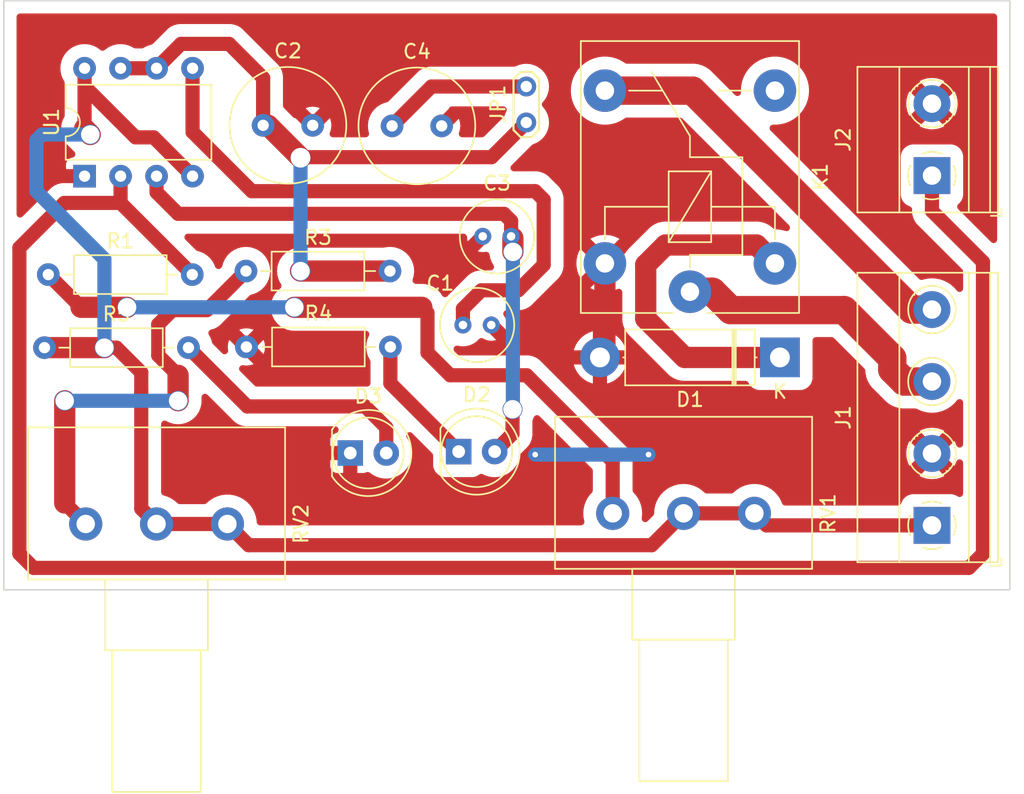
<source format=kicad_pcb>
(kicad_pcb (version 20211014) (generator pcbnew)
  (layers (0 "F.Cu" signal) (31 "B.Cu" signal) (34 "B.Paste" user) (35 "F.Paste" user) (36 "B.SilkS" user "B.Silkscreen") (37 "F.SilkS" user "F.Silkscreen") (38 "B.Mask" user) (39 "F.Mask" user) (44 "Edge.Cuts" user))
  (net 0 "")
  (net 1 "Net-(C1-Pad1)")
  (net 2 "GND")
  (net 3 "Net-(C2-Pad1)")
  (net 4 "/Timer_Output")
  (net 5 "Net-(C4-Pad1)")
  (net 6 "Net-(D2-Pad1)")
  (net 7 "Net-(D3-Pad2)")
  (net 8 "/R_in")
  (net 9 "/R_out")
  (net 11 "Net-(R1-Pad1)")
  (net 12 "/LDR_1")
  (net 13 "Net-(R3-Pad1)")
  (net 14 "+12V")
  (footprint "Potentiometer_THT:Potentiometer_Alps_RK163_Single_Horizontal" (layer "F.Cu") (at 86.28 88.1 -90)
    (fp_text reference "RV2" (at 0 -15.2 90) (layer "F.SilkS"))
    (fp_text value "200k")
    (fp_line (start 8.92 -8.12) (end 8.92 -1.879) (layer "F.SilkS") (width 0.12))
    (fp_line (start 18.92 -8.12) (end 18.92 -1.879) (layer "F.SilkS") (width 0.12))
    (fp_line (start -6.82 -14.07) (end 3.92 -14.07) (layer "F.SilkS") (width 0.12))
    (fp_line (start 3.92 -8.62) (end 8.92 -8.62) (layer "F.SilkS") (width 0.12))
    (fp_line (start 3.92 -14.07) (end 3.92 4.07) (layer "F.SilkS") (width 0.12))
    (fp_line (start 3.92 -8.62) (end 3.92 -1.38) (layer "F.SilkS") (width 0.12))
    (fp_line (start 8.92 -8.62) (end 8.92 -1.38) (layer "F.SilkS") (width 0.12))
    (fp_line (start 8.92 -1.879) (end 18.92 -1.879) (layer "F.SilkS") (width 0.12))
    (fp_line (start 3.92 -1.38) (end 8.92 -1.38) (layer "F.SilkS") (width 0.12))
    (fp_line (start -6.82 -14.07) (end -6.82 4.07) (layer "F.SilkS") (width 0.12))
    (fp_line (start -6.82 4.07) (end 3.92 4.07) (layer "F.SilkS") (width 0.12))
    (fp_line (start 8.92 -8.12) (end 18.92 -8.12) (layer "F.SilkS") (width 0.12))
    (pad "1" thru_hole circle (at 0 0 270) (size 2.34 2.34) (drill 1.3) (layers *.Cu *.Mask) (net 13 "Net-(R3-Pad1)"))
    (pad "2" thru_hole circle (at 0 -5 270) (size 2.34 2.34) (drill 1.3) (layers *.Cu *.Mask) (net 14 "+12V"))
    (pad "3" thru_hole circle (at 0 -10 270) (size 2.34 2.34) (drill 1.3) (layers *.Cu *.Mask) (net 14 "+12V"))
  )
  (footprint "Capacitor_THT:C_Radial_D5.0mm_H5.0mm_P2.00mm" (layer "F.Cu") (at 114.3 67.79)
    (fp_text reference "C3" (at 1 -3.75) (layer "F.SilkS"))
    (fp_text value "1uF")
    (fp_circle (center 1 0) (end 3.62 0) (layer "F.SilkS") (width 0.12) (fill none))
    (pad "1" thru_hole circle (at 0 0) (size 1.2 1.2) (drill 0.6) (layers *.Cu *.Mask) (net 2 "GND"))
    (pad "2" thru_hole circle (at 2 0) (size 1.2 1.2) (drill 0.6) (layers *.Cu *.Mask) (net 4 "/Timer_Output"))
  )
  (footprint "LED_THT:LED_D5.0mm_FlatTop" (layer "F.Cu") (at 104.95 83.09)
    (fp_text reference "D3" (at 1.27 -4.01) (layer "F.SilkS"))
    (fp_text value "RED")
    (fp_line (start -1.29 -1.64) (end -1.29 1.64) (layer "F.SilkS") (width 0.12))
    (fp_arc (start 4.309999 -0.001958) (mid 2.125106 2.917258) (end -1.29 1.639512) (layer "F.SilkS") (width 0.12))
    (fp_arc (start -1.29 -1.639512) (mid 2.125106 -2.917258) (end 4.309999 0.001958) (layer "F.SilkS") (width 0.12))
    (fp_circle (center 1.27 0) (end 3.77 0) (layer "F.SilkS") (width 0.12) (fill none))
    (pad "1" thru_hole rect (at 0 0) (size 1.8 1.8) (drill 0.9) (layers *.Cu *.Mask) (net 2 "GND"))
    (pad "2" thru_hole circle (at 2.54 0) (size 1.8 1.8) (drill 0.9) (layers *.Cu *.Mask) (net 7 "Net-(D3-Pad2)"))
  )
  (footprint "Package_DIP:DIP-8_W7.62mm" (layer "F.Cu") (at 86.2 63.54 90)
    (fp_text reference "U1" (at 3.81 -2.33 90) (layer "F.SilkS"))
    (fp_text value "LM555xN")
    (fp_line (start 1.16 8.95) (end 6.46 8.95) (layer "F.SilkS") (width 0.12))
    (fp_line (start 2.81 -1.33) (end 1.16 -1.33) (layer "F.SilkS") (width 0.12))
    (fp_line (start 6.46 -1.33) (end 4.81 -1.33) (layer "F.SilkS") (width 0.12))
    (fp_line (start 6.46 8.95) (end 6.46 -1.33) (layer "F.SilkS") (width 0.12))
    (fp_line (start 1.16 -1.33) (end 1.16 8.95) (layer "F.SilkS") (width 0.12))
    (fp_arc (start 4.81 -1.33) (mid 3.81 -0.33) (end 2.81 -1.33) (layer "F.SilkS") (width 0.12))
    (pad "1" thru_hole rect (at 0 0 90) (size 1.6 1.6) (drill 0.8) (layers *.Cu *.Mask) (net 2 "GND"))
    (pad "2" thru_hole oval (at 0 2.54 90) (size 1.6 1.6) (drill 0.8) (layers *.Cu *.Mask) (net 12 "/LDR_1"))
    (pad "3" thru_hole oval (at 0 5.08 90) (size 1.6 1.6) (drill 0.8) (layers *.Cu *.Mask) (net 4 "/Timer_Output"))
    (pad "4" thru_hole oval (at 0 7.62 90) (size 1.6 1.6) (drill 0.8) (layers *.Cu *.Mask) (net 14 "+12V"))
    (pad "5" thru_hole oval (at 7.62 7.62 90) (size 1.6 1.6) (drill 0.8) (layers *.Cu *.Mask) (net 1 "Net-(C1-Pad1)"))
    (pad "6" thru_hole oval (at 7.62 5.08 90) (size 1.6 1.6) (drill 0.8) (layers *.Cu *.Mask) (net 3 "Net-(C2-Pad1)"))
    (pad "7" thru_hole oval (at 7.62 2.54 90) (size 1.6 1.6) (drill 0.8) (layers *.Cu *.Mask) (net 3 "Net-(C2-Pad1)"))
    (pad "8" thru_hole oval (at 7.62 0 90) (size 1.6 1.6) (drill 0.8) (layers *.Cu *.Mask) (net 14 "+12V"))
  )
  (footprint "Capacitor_THT:C_Radial_D8.0mm_H7.0mm_P3.50mm" (layer "F.Cu") (at 107.9 59.99)
    (fp_text reference "C4" (at 1.75 -5.25) (layer "F.SilkS"))
    (fp_text value "1000uF")
    (fp_circle (center 1.75 0) (end 5.87 0) (layer "F.SilkS") (width 0.12) (fill none))
    (pad "1" thru_hole circle (at 0 0) (size 1.6 1.6) (drill 0.8) (layers *.Cu *.Mask) (net 5 "Net-(C4-Pad1)"))
    (pad "2" thru_hole circle (at 3.5 0) (size 1.6 1.6) (drill 0.8) (layers *.Cu *.Mask) (net 2 "GND"))
  )
  (footprint "TerminalBlock_Phoenix:TerminalBlock_Phoenix_MKDS-1,5-4-5.08_1x04_P5.08mm_Horizontal" (layer "F.Cu") (at 146 88.2 90)
    (fp_text reference "J1" (at 7.62 -6.26 90) (layer "F.SilkS"))
    (fp_text value "Screw_Terminal_01x04")
    (fp_line (start -2.6 2.6) (end 17.84 2.6) (layer "F.SilkS") (width 0.12))
    (fp_line (start 6.15 -1.275) (end 6.115 -1.239) (layer "F.SilkS") (width 0.12))
    (fp_line (start -2.6 -5.261) (end 17.84 -5.261) (layer "F.SilkS") (width 0.12))
    (fp_line (start -2.84 4.16) (end -2.84 4.9) (layer "F.SilkS") (width 0.12))
    (fp_line (start 6.355 -1.069) (end 6.308 -1.023) (layer "F.SilkS") (width 0.12))
    (fp_line (start 11.23 -1.275) (end 11.195 -1.239) (layer "F.SilkS") (width 0.12))
    (fp_line (start 3.853 1.023) (end 3.806 1.069) (layer "F.SilkS") (width 0.12))
    (fp_line (start -2.6 4.1) (end 17.84 4.1) (layer "F.SilkS") (width 0.12))
    (fp_line (start -2.6 4.66) (end 17.84 4.66) (layer "F.SilkS") (width 0.12))
    (fp_line (start 14.013 1.023) (end 13.966 1.069) (layer "F.SilkS") (width 0.12))
    (fp_line (start -2.6 -2.301) (end 17.84 -2.301) (layer "F.SilkS") (width 0.12))
    (fp_line (start 8.933 1.023) (end 8.886 1.069) (layer "F.SilkS") (width 0.12))
    (fp_line (start 11.435 -1.069) (end 11.388 -1.023) (layer "F.SilkS") (width 0.12))
    (fp_line (start 14.206 1.239) (end 14.171 1.274) (layer "F.SilkS") (width 0.12))
    (fp_line (start -2.6 -5.261) (end -2.6 4.66) (layer "F.SilkS") (width 0.12))
    (fp_line (start 4.046 1.239) (end 4.011 1.274) (layer "F.SilkS") (width 0.12))
    (fp_line (start 16.31 -1.275) (end 16.275 -1.239) (layer "F.SilkS") (width 0.12))
    (fp_line (start 17.84 -5.261) (end 17.84 4.66) (layer "F.SilkS") (width 0.12))
    (fp_line (start 16.515 -1.069) (end 16.468 -1.023) (layer "F.SilkS") (width 0.12))
    (fp_line (start -2.84 4.9) (end -2.34 4.9) (layer "F.SilkS") (width 0.12))
    (fp_line (start 9.126 1.239) (end 9.091 1.274) (layer "F.SilkS") (width 0.12))
    (fp_arc (start 0.683318 1.534756) (mid 0.349292 1.643288) (end 0 1.68) (layer "F.SilkS") (width 0.12))
    (fp_arc (start 1.535427 -0.683042) (mid 1.680501 0.000524) (end 1.535 0.684) (layer "F.SilkS") (width 0.12))
    (fp_arc (start 0.028805 1.680253) (mid -0.335551 1.646659) (end -0.684 1.535) (layer "F.SilkS") (width 0.12))
    (fp_arc (start -1.535427 0.683042) (mid -1.680501 -0.000524) (end -1.535 -0.684) (layer "F.SilkS") (width 0.12))
    (fp_arc (start -0.683042 -1.535427) (mid 0.000524 -1.680501) (end 0.684 -1.535) (layer "F.SilkS") (width 0.12))
    (fp_circle (center 5.08 0) (end 6.76 0) (layer "F.SilkS") (width 0.12) (fill none))
    (fp_circle (center 10.16 0) (end 11.84 0) (layer "F.SilkS") (width 0.12) (fill none))
    (fp_circle (center 15.24 0) (end 16.92 0) (layer "F.SilkS") (width 0.12) (fill none))
    (pad "1" thru_hole rect (at 0 0 90) (size 2.6 2.6) (drill 1.3) (layers *.Cu *.Mask) (net 14 "+12V"))
    (pad "2" thru_hole circle (at 5.08 0 90) (size 2.6 2.6) (drill 1.3) (layers *.Cu *.Mask) (net 2 "GND"))
    (pad "3" thru_hole circle (at 10.16 0 90) (size 2.6 2.6) (drill 1.3) (layers *.Cu *.Mask) (net 8 "/R_in"))
    (pad "4" thru_hole circle (at 15.24 0 90) (size 2.6 2.6) (drill 1.3) (layers *.Cu *.Mask) (net 9 "/R_out"))
  )
  (footprint "Relay_THT:Relay_SPDT_Finder_36.11" (layer "F.Cu") (at 128.92 71.7 90)
    (fp_text reference "K1" (at 8.1 9.2 90) (layer "F.SilkS"))
    (fp_text value "FINDER-36.11")
    (fp_line (start 9.5 0) (end 11 0) (layer "F.SilkS") (width 0.12))
    (fp_line (start 8.5 1.5) (end 3.5 -1.5) (layer "F.SilkS") (width 0.12))
    (fp_line (start -1.5 -7.7) (end -1.5 -1.2) (layer "F.SilkS") (width 0.12))
    (fp_line (start 14.2 -4.3) (end 14.2 -2) (layer "F.SilkS") (width 0.12))
    (fp_line (start 2.6 0) (end 1.7 0) (layer "F.SilkS") (width 0.12))
    (fp_line (start 6 1.5) (end 6 6) (layer "F.SilkS") (width 0.12))
    (fp_line (start -1.5 -7.7) (end 17.7 -7.7) (layer "F.SilkS") (width 0.12))
    (fp_line (start 11 0) (end 15.5 -2.7) (layer "F.SilkS") (width 0.12))
    (fp_line (start 17.7 7.7) (end -1.5 7.7) (layer "F.SilkS") (width 0.12))
    (fp_line (start 3.7 6) (end 6 6) (layer "F.SilkS") (width 0.12))
    (fp_line (start 6 -6) (end 3.7 -6) (layer "F.SilkS") (width 0.12))
    (fp_line (start 8.5 -1.5) (end 8.5 1.5) (layer "F.SilkS") (width 0.12))
    (fp_line (start 8.5 1.5) (end 3.5 1.5) (layer "F.SilkS") (width 0.12))
    (fp_line (start 9.5 3.7) (end 2.6 3.7) (layer "F.SilkS") (width 0.12))
    (fp_line (start 3.5 -1.5) (end 8.5 -1.5) (layer "F.SilkS") (width 0.12))
    (fp_line (start 17.7 -7.7) (end 17.7 7.7) (layer "F.SilkS") (width 0.12))
    (fp_line (start 14.2 4.3) (end 14.2 2) (layer "F.SilkS") (width 0.12))
    (fp_line (start 3.5 1.5) (end 3.5 -1.5) (layer "F.SilkS") (width 0.12))
    (fp_line (start -1.5 1.2) (end -1.5 7.7) (layer "F.SilkS") (width 0.12))
    (fp_line (start 6 -6) (end 6 -1.5) (layer "F.SilkS") (width 0.12))
    (fp_line (start 2.6 0) (end 2.6 3.7) (layer "F.SilkS") (width 0.12))
    (fp_line (start 9.5 0) (end 9.5 3.7) (layer "F.SilkS") (width 0.12))
    (pad "11" thru_hole circle (at 0 0 90) (size 3 3) (drill 1.3) (layers *.Cu *.Mask) (net 8 "/R_in"))
    (pad "12" thru_hole circle (at 14.2 -6 90) (size 3 3) (drill 1.3) (layers *.Cu *.Mask) (net 9 "/R_out"))
    (pad "14" thru_hole circle (at 14.2 6 90) (size 3 3) (drill 1.3) (layers *.Cu *.Mask))
    (pad "A1" thru_hole circle (at 2 6 90) (size 3 3) (drill 1.3) (layers *.Cu *.Mask) (net 4 "/Timer_Output"))
    (pad "A2" thru_hole circle (at 2 -6 90) (size 3 3) (drill 1.3) (layers *.Cu *.Mask) (net 2 "GND"))
  )
  (footprint "Potentiometer_THT:Potentiometer_Alps_RK163_Single_Horizontal" (layer "F.Cu") (at 123.47 87.35 -90)
    (fp_text reference "RV1" (at 0 -15.2 90) (layer "F.SilkS"))
    (fp_text value "50k")
    (fp_line (start -6.82 -14.07) (end -6.82 4.07) (layer "F.SilkS") (width 0.12))
    (fp_line (start -6.82 4.07) (end 3.92 4.07) (layer "F.SilkS") (width 0.12))
    (fp_line (start -6.82 -14.07) (end 3.92 -14.07) (layer "F.SilkS") (width 0.12))
    (fp_line (start 8.92 -1.879) (end 18.92 -1.879) (layer "F.SilkS") (width 0.12))
    (fp_line (start 8.92 -8.12) (end 8.92 -1.879) (layer "F.SilkS") (width 0.12))
    (fp_line (start 18.92 -8.12) (end 18.92 -1.879) (layer "F.SilkS") (width 0.12))
    (fp_line (start 3.92 -8.62) (end 8.92 -8.62) (layer "F.SilkS") (width 0.12))
    (fp_line (start 8.92 -8.62) (end 8.92 -1.38) (layer "F.SilkS") (width 0.12))
    (fp_line (start 3.92 -1.38) (end 8.92 -1.38) (layer "F.SilkS") (width 0.12))
    (fp_line (start 8.92 -8.12) (end 18.92 -8.12) (layer "F.SilkS") (width 0.12))
    (fp_line (start 3.92 -8.62) (end 3.92 -1.38) (layer "F.SilkS") (width 0.12))
    (fp_line (start 3.92 -14.07) (end 3.92 4.07) (layer "F.SilkS") (width 0.12))
    (pad "1" thru_hole circle (at 0 0 270) (size 2.34 2.34) (drill 1.3) (layers *.Cu *.Mask) (net 11 "Net-(R1-Pad1)"))
    (pad "2" thru_hole circle (at 0 -5 270) (size 2.34 2.34) (drill 1.3) (layers *.Cu *.Mask) (net 14 "+12V"))
    (pad "3" thru_hole circle (at 0 -10 270) (size 2.34 2.34) (drill 1.3) (layers *.Cu *.Mask) (net 14 "+12V"))
  )
  (footprint "Resistor_THT:R_Axial_DIN0207_L6.3mm_D2.5mm_P10.16mm_Horizontal" (layer "F.Cu") (at 97.59 70.24)
    (fp_text reference "R3" (at 5.08 -2.37) (layer "F.SilkS"))
    (fp_text value "5k")
    (fp_line (start 8.35 1.37) (end 8.35 -1.37) (layer "F.SilkS") (width 0.12))
    (fp_line (start 1.04 0) (end 1.81 0) (layer "F.SilkS") (width 0.12))
    (fp_line (start 1.81 1.37) (end 8.35 1.37) (layer "F.SilkS") (width 0.12))
    (fp_line (start 8.35 -1.37) (end 1.81 -1.37) (layer "F.SilkS") (width 0.12))
    (fp_line (start 1.81 -1.37) (end 1.81 1.37) (layer "F.SilkS") (width 0.12))
    (fp_line (start 9.12 0) (end 8.35 0) (layer "F.SilkS") (width 0.12))
    (pad "1" thru_hole circle (at 0 0) (size 1.6 1.6) (drill 0.8) (layers *.Cu *.Mask) (net 13 "Net-(R3-Pad1)"))
    (pad "2" thru_hole oval (at 10.16 0) (size 1.6 1.6) (drill 0.8) (layers *.Cu *.Mask) (net 3 "Net-(C2-Pad1)"))
  )
  (footprint "LED_THT:LED_D5.0mm_FlatTop" (layer "F.Cu") (at 112.6 82.99)
    (fp_text reference "D2" (at 1.27 -4.01) (layer "F.SilkS"))
    (fp_text value "GREEN")
    (fp_line (start -1.29 -1.64) (end -1.29 1.64) (layer "F.SilkS") (width 0.12))
    (fp_arc (start -1.29 -1.639512) (mid 2.125106 -2.917258) (end 4.309999 0.001958) (layer "F.SilkS") (width 0.12))
    (fp_arc (start 4.309999 -0.001958) (mid 2.125106 2.917258) (end -1.29 1.639512) (layer "F.SilkS") (width 0.12))
    (fp_circle (center 1.27 0) (end 3.77 0) (layer "F.SilkS") (width 0.12) (fill none))
    (pad "1" thru_hole rect (at 0 0) (size 1.8 1.8) (drill 0.9) (layers *.Cu *.Mask) (net 6 "Net-(D2-Pad1)"))
    (pad "2" thru_hole circle (at 2.54 0) (size 1.8 1.8) (drill 0.9) (layers *.Cu *.Mask) (net 4 "/Timer_Output"))
  )
  (footprint "TerminalBlock_Phoenix:TerminalBlock_Phoenix_MKDS-1,5-2-5.08_1x02_P5.08mm_Horizontal" (layer "F.Cu") (at 146 63.5 90)
    (fp_text reference "J2" (at 2.54 -6.26 90) (layer "F.SilkS"))
    (fp_text value "Screw_Terminal_01x02")
    (fp_line (start -2.84 4.16) (end -2.84 4.9) (layer "F.SilkS") (width 0.12))
    (fp_line (start 7.68 -5.261) (end 7.68 4.66) (layer "F.SilkS") (width 0.12))
    (fp_line (start -2.6 2.6) (end 7.68 2.6) (layer "F.SilkS") (width 0.12))
    (fp_line (start 4.046 1.239) (end 4.011 1.274) (layer "F.SilkS") (width 0.12))
    (fp_line (start -2.6 4.1) (end 7.68 4.1) (layer "F.SilkS") (width 0.12))
    (fp_line (start -2.6 4.66) (end 7.68 4.66) (layer "F.SilkS") (width 0.12))
    (fp_line (start -2.6 -2.301) (end 7.68 -2.301) (layer "F.SilkS") (width 0.12))
    (fp_line (start 6.355 -1.069) (end 6.308 -1.023) (layer "F.SilkS") (width 0.12))
    (fp_line (start 6.15 -1.275) (end 6.115 -1.239) (layer "F.SilkS") (width 0.12))
    (fp_line (start -2.6 -5.261) (end 7.68 -5.261) (layer "F.SilkS") (width 0.12))
    (fp_line (start -2.6 -5.261) (end -2.6 4.66) (layer "F.SilkS") (width 0.12))
    (fp_line (start 3.853 1.023) (end 3.806 1.069) (layer "F.SilkS") (width 0.12))
    (fp_line (start -2.84 4.9) (end -2.34 4.9) (layer "F.SilkS") (width 0.12))
    (fp_arc (start 1.535427 -0.683042) (mid 1.680501 0.000524) (end 1.535 0.684) (layer "F.SilkS") (width 0.12))
    (fp_arc (start -0.683042 -1.535427) (mid 0.000524 -1.680501) (end 0.684 -1.535) (layer "F.SilkS") (width 0.12))
    (fp_arc (start 0.683318 1.534756) (mid 0.349292 1.643288) (end 0 1.68) (layer "F.SilkS") (width 0.12))
    (fp_arc (start 0.028805 1.680253) (mid -0.335551 1.646659) (end -0.684 1.535) (layer "F.SilkS") (width 0.12))
    (fp_arc (start -1.535427 0.683042) (mid -1.680501 -0.000524) (end -1.535 -0.684) (layer "F.SilkS") (width 0.12))
    (fp_circle (center 5.08 0) (end 6.76 0) (layer "F.SilkS") (width 0.12) (fill none))
    (pad "1" thru_hole rect (at 0 0 90) (size 2.6 2.6) (drill 1.3) (layers *.Cu *.Mask) (net 12 "/LDR_1"))
    (pad "2" thru_hole circle (at 5.08 0 90) (size 2.6 2.6) (drill 1.3) (layers *.Cu *.Mask) (net 2 "GND"))
  )
  (footprint "Capacitor_THT:C_Radial_D5.0mm_H5.0mm_P2.00mm" (layer "F.Cu") (at 112.9 74.05)
    (fp_text reference "C1" (at -1.6 -2.95) (layer "F.SilkS"))
    (fp_text value "10nF")
    (fp_circle (center 1 0) (end 3.62 0) (layer "F.SilkS") (width 0.12) (fill none))
    (pad "1" thru_hole circle (at 0 0) (size 1.2 1.2) (drill 0.6) (layers *.Cu *.Mask) (net 1 "Net-(C1-Pad1)"))
    (pad "2" thru_hole circle (at 2 0) (size 1.2 1.2) (drill 0.6) (layers *.Cu *.Mask) (net 2 "GND"))
  )
  (footprint "Resistor_THT:R_Axial_DIN0207_L6.3mm_D2.5mm_P10.16mm_Horizontal" (layer "F.Cu") (at 83.37 75.65)
    (fp_text reference "R5" (at 5.08 -2.37) (layer "F.SilkS"))
    (fp_text value "500R")
    (fp_line (start 8.35 1.37) (end 8.35 -1.37) (layer "F.SilkS") (width 0.12))
    (fp_line (start 1.81 -1.37) (end 1.81 1.37) (layer "F.SilkS") (width 0.12))
    (fp_line (start 1.04 0) (end 1.81 0) (layer "F.SilkS") (width 0.12))
    (fp_line (start 9.12 0) (end 8.35 0) (layer "F.SilkS") (width 0.12))
    (fp_line (start 1.81 1.37) (end 8.35 1.37) (layer "F.SilkS") (width 0.12))
    (fp_line (start 8.35 -1.37) (end 1.81 -1.37) (layer "F.SilkS") (width 0.12))
    (pad "1" thru_hole circle (at 0 0) (size 1.6 1.6) (drill 0.8) (layers *.Cu *.Mask) (net 14 "+12V"))
    (pad "2" thru_hole oval (at 10.16 0) (size 1.6 1.6) (drill 0.8) (layers *.Cu *.Mask) (net 7 "Net-(D3-Pad2)"))
  )
  (footprint "Resistor_THT:R_Axial_DIN0207_L6.3mm_D2.5mm_P10.16mm_Horizontal" (layer "F.Cu") (at 97.62 75.6)
    (fp_text reference "R4" (at 5.08 -2.37) (layer "F.SilkS"))
    (fp_text value "500R")
    (fp_line (start 1.81 -1.37) (end 1.81 1.37) (layer "F.SilkS") (width 0.12))
    (fp_line (start 8.35 -1.37) (end 1.81 -1.37) (layer "F.SilkS") (width 0.12))
    (fp_line (start 1.04 0) (end 1.81 0) (layer "F.SilkS") (width 0.12))
    (fp_line (start 9.12 0) (end 8.35 0) (layer "F.SilkS") (width 0.12))
    (fp_line (start 8.35 1.37) (end 8.35 -1.37) (layer "F.SilkS") (width 0.12))
    (fp_line (start 1.81 1.37) (end 8.35 1.37) (layer "F.SilkS") (width 0.12))
    (pad "1" thru_hole circle (at 0 0) (size 1.6 1.6) (drill 0.8) (layers *.Cu *.Mask) (net 2 "GND"))
    (pad "2" thru_hole oval (at 10.16 0) (size 1.6 1.6) (drill 0.8) (layers *.Cu *.Mask) (net 6 "Net-(D2-Pad1)"))
  )
  (footprint "Resistor_THT:R_Axial_DIN0207_L6.3mm_D2.5mm_P10.16mm_Horizontal" (layer "F.Cu") (at 83.64 70.49)
    (fp_text reference "R1" (at 5.08 -2.37) (layer "F.SilkS"))
    (fp_text value "1k")
    (fp_line (start 1.81 -1.37) (end 1.81 1.37) (layer "F.SilkS") (width 0.12))
    (fp_line (start 1.81 1.37) (end 8.35 1.37) (layer "F.SilkS") (width 0.12))
    (fp_line (start 8.35 -1.37) (end 1.81 -1.37) (layer "F.SilkS") (width 0.12))
    (fp_line (start 9.12 0) (end 8.35 0) (layer "F.SilkS") (width 0.12))
    (fp_line (start 1.04 0) (end 1.81 0) (layer "F.SilkS") (width 0.12))
    (fp_line (start 8.35 1.37) (end 8.35 -1.37) (layer "F.SilkS") (width 0.12))
    (pad "1" thru_hole circle (at 0 0) (size 1.6 1.6) (drill 0.8) (layers *.Cu *.Mask) (net 11 "Net-(R1-Pad1)"))
    (pad "2" thru_hole oval (at 10.16 0) (size 1.6 1.6) (drill 0.8) (layers *.Cu *.Mask) (net 12 "/LDR_1"))
  )
  (footprint "Diode_THT:D_5W_P12.70mm_Horizontal" (layer "F.Cu") (at 135.27 76.34 180)
    (fp_text reference "D1" (at 6.35 -2.97) (layer "F.SilkS"))
    (fp_text value "1N4007")
    (fp_text user "K" (at 0 -2.4) (layer "F.SilkS"))
    (fp_line (start 1.78 1.97) (end 10.92 1.97) (layer "F.SilkS") (width 0.12))
    (fp_line (start 11.06 0) (end 10.92 0) (layer "F.SilkS") (width 0.12))
    (fp_line (start 10.92 1.97) (end 10.92 -1.97) (layer "F.SilkS") (width 0.12))
    (fp_line (start 3.355 -1.97) (end 3.355 1.97) (layer "F.SilkS") (width 0.12))
    (fp_line (start 1.78 -1.97) (end 1.78 1.97) (layer "F.SilkS") (width 0.12))
    (fp_line (start 10.92 -1.97) (end 1.78 -1.97) (layer "F.SilkS") (width 0.12))
    (fp_line (start 3.115 -1.97) (end 3.115 1.97) (layer "F.SilkS") (width 0.12))
    (fp_line (start 1.64 0) (end 1.78 0) (layer "F.SilkS") (width 0.12))
    (fp_line (start 3.235 -1.97) (end 3.235 1.97) (layer "F.SilkS") (width 0.12))
    (pad "1" thru_hole rect (at 0 0 180) (size 2.8 2.8) (drill 1.4) (layers *.Cu *.Mask) (net 4 "/Timer_Output"))
    (pad "2" thru_hole oval (at 12.7 0 180) (size 2.8 2.8) (drill 1.4) (layers *.Cu *.Mask) (net 2 "GND"))
  )
  (footprint "TestPoint:TestPoint_2Pads_Pitch2.54mm_Drill0.8mm" (layer "F.Cu") (at 117.37 59.75 90)
    (fp_text reference "JP1" (at 1.3 -2 90) (layer "F.SilkS"))
    (fp_text value "Jumper_2_Open")
    (fp_line (start -1.03 -0.4) (end -0.53 -0.9) (layer "F.SilkS") (width 0.15))
    (fp_line (start 3.07 -0.9) (end 3.57 -0.4) (layer "F.SilkS") (width 0.15))
    (fp_line (start -1.03 0.4) (end -1.03 -0.4) (layer "F.SilkS") (width 0.15))
    (fp_line (start 3.57 0.4) (end 3.07 0.9) (layer "F.SilkS") (width 0.15))
    (fp_line (start 3.07 0.9) (end -0.53 0.9) (layer "F.SilkS") (width 0.15))
    (fp_line (start 3.57 -0.4) (end 3.57 0.4) (layer "F.SilkS") (width 0.15))
    (fp_line (start -0.53 0.9) (end -1.03 0.4) (layer "F.SilkS") (width 0.15))
    (fp_line (start -0.53 -0.9) (end 3.07 -0.9) (layer "F.SilkS") (width 0.15))
    (pad "1" thru_hole circle (at 0 0 90) (size 1.4 1.4) (drill 0.8) (layers *.Cu *.Mask) (net 3 "Net-(C2-Pad1)"))
    (pad "2" thru_hole circle (at 2.54 0 90) (size 1.4 1.4) (drill 0.8) (layers *.Cu *.Mask) (net 5 "Net-(C4-Pad1)"))
  )
  (footprint "Capacitor_THT:C_Radial_D8.0mm_H7.0mm_P3.50mm" (layer "F.Cu") (at 98.8 59.95)
    (fp_text reference "C2" (at 1.75 -5.25) (layer "F.SilkS"))
    (fp_text value "1000uF")
    (fp_circle (center 1.75 0) (end 5.87 0) (layer "F.SilkS") (width 0.12) (fill none))
    (pad "1" thru_hole circle (at 0 0) (size 1.6 1.6) (drill 0.8) (layers *.Cu *.Mask) (net 3 "Net-(C2-Pad1)"))
    (pad "2" thru_hole circle (at 3.5 0) (size 1.6 1.6) (drill 0.8) (layers *.Cu *.Mask) (net 2 "GND"))
  )
  (gr_rect (start 80.5 51.15) (end 151.5 92.75) (layer "Edge.Cuts") (width 0.1) (fill none))
  (segment (start 118.6 65.2) (end 118.6 69.8) (width 1) (layer "F.Cu") (net 1))
  (segment (start 98 64.6) (end 118 64.6) (width 1) (layer "F.Cu") (net 1))
  (segment (start 118 64.6) (end 118.6 65.2) (width 1) (layer "F.Cu") (net 1))
  (segment (start 112.9 72.9) (end 112.9 74.05) (width 1) (layer "F.Cu") (net 1))
  (segment (start 118.6 69.8) (end 116.8 71.6) (width 1) (layer "F.Cu") (net 1))
  (segment (start 116.8 71.6) (end 114.2 71.6) (width 1) (layer "F.Cu") (net 1))
  (segment (start 93.82 55.92) (end 93.82 60.42) (width 1) (layer "F.Cu") (net 1))
  (segment (start 93.82 60.42) (end 98 64.6) (width 1) (layer "F.Cu") (net 1))
  (segment (start 114.2 71.6) (end 112.9 72.9) (width 1) (layer "F.Cu") (net 1))
  (segment (start 122.92 75.99) (end 122.57 76.34) (width 1.5) (layer "F.Cu") (net 2))
  (segment (start 122.92 69.7) (end 122.92 75.99) (width 1.5) (layer "F.Cu") (net 2))
  (via (at 118 83.2) (size 0.8) (drill 0.4) (layers "F.Cu" "B.Cu") (net 2))
  (via (at 126 83.2) (size 0.8) (drill 0.4) (layers "F.Cu" "B.Cu") (net 2))
  (segment (start 118 83.2) (end 126 83.2) (width 1) (layer "B.Cu") (net 2))
  (segment (start 93 54.2) (end 96.4 54.2) (width 1) (layer "F.Cu") (net 3))
  (segment (start 96.4 54.2) (end 98.8 56.6) (width 1) (layer "F.Cu") (net 3))
  (segment (start 98.8 56.6) (end 98.8 59.95) (width 1) (layer "F.Cu") (net 3))
  (segment (start 88.74 55.92) (end 91.28 55.92) (width 1) (layer "F.Cu") (net 3))
  (segment (start 117.37 59.75) (end 114.92 62.2) (width 1) (layer "F.Cu") (net 3))
  (segment (start 98.8 59.95) (end 99.15 59.95) (width 1.5) (layer "F.Cu") (net 3))
  (segment (start 114.92 62.2) (end 101.48 62.2) (width 1) (layer "F.Cu") (net 3))
  (segment (start 99.15 59.95) (end 101.44 62.24) (width 1.5) (layer "F.Cu") (net 3))
  (segment (start 107.75 70.24) (end 101.44 70.24) (width 1.5) (layer "F.Cu") (net 3))
  (segment (start 91.28 55.92) (end 93 54.2) (width 1) (layer "F.Cu") (net 3))
  (via (at 101.44 70.24) (size 1.4) (drill 1.3) (layers "F.Cu" "B.Cu") (net 3))
  (via (at 101.44 62.24) (size 1.4) (drill 1.39) (layers "F.Cu" "B.Cu") (net 3))
  (segment (start 101.44 70.24) (end 101.44 62.24) (width 1) (layer "B.Cu") (net 3))
  (segment (start 127.2 68.4) (end 125.8 69.8) (width 1.5) (layer "F.Cu") (net 4))
  (segment (start 128.54 76.34) (end 135.27 76.34) (width 1.5) (layer "F.Cu") (net 4))
  (segment (start 134.92 69.7) (end 133.62 68.4) (width 1.5) (layer "F.Cu") (net 4))
  (segment (start 92.8 66.2) (end 115.8 66.2) (width 1) (layer "F.Cu") (net 4))
  (segment (start 116.4 80) (end 116.4 81.73) (width 1) (layer "F.Cu") (net 4))
  (segment (start 116.42655 67.91655) (end 116.3 67.79) (width 1) (layer "F.Cu") (net 4))
  (segment (start 116.42655 68.8885) (end 116.42655 67.91655) (width 1.5) (layer "F.Cu") (net 4))
  (segment (start 116.4 81.73) (end 115.14 82.99) (width 1) (layer "F.Cu") (net 4))
  (segment (start 125.8 69.8) (end 125.8 73.6) (width 1.5) (layer "F.Cu") (net 4))
  (segment (start 125.8 73.6) (end 128.54 76.34) (width 1.5) (layer "F.Cu") (net 4))
  (segment (start 116.3 66.7) (end 116.3 67.79) (width 1) (layer "F.Cu") (net 4))
  (segment (start 133.62 68.4) (end 127.2 68.4) (width 1.5) (layer "F.Cu") (net 4))
  (segment (start 91.28 64.68) (end 92.8 66.2) (width 1) (layer "F.Cu") (net 4))
  (segment (start 115.8 66.2) (end 116.3 66.7) (width 1) (layer "F.Cu") (net 4))
  (segment (start 91.28 63.54) (end 91.28 64.68) (width 1) (layer "F.Cu") (net 4))
  (via (at 116.4 80) (size 1.4) (drill 1.3) (layers "F.Cu" "B.Cu") (net 4))
  (via (at 116.42655 68.8885) (size 1.4) (drill 1.3) (layers "F.Cu" "B.Cu") (net 4))
  (segment (start 116.42655 79.97345) (end 116.42655 68.8885) (width 1) (layer "B.Cu") (net 4))
  (segment (start 116.4 80) (end 116.42655 79.97345) (width 1) (layer "B.Cu") (net 4))
  (segment (start 110.68 57.21) (end 107.9 59.99) (width 1) (layer "F.Cu") (net 5))
  (segment (start 117.37 57.21) (end 110.68 57.21) (width 1) (layer "F.Cu") (net 5))
  (segment (start 107.78 75.6) (end 107.78 78.17) (width 1) (layer "F.Cu") (net 6))
  (segment (start 107.78 78.17) (end 112.6 82.99) (width 1) (layer "F.Cu") (net 6))
  (segment (start 93.53 75.65) (end 97.68 79.8) (width 1) (layer "F.Cu") (net 7))
  (segment (start 97.68 79.8) (end 106 79.8) (width 1) (layer "F.Cu") (net 7))
  (segment (start 106 79.8) (end 107.49 81.29) (width 1) (layer "F.Cu") (net 7))
  (segment (start 107.49 81.29) (end 107.49 83.09) (width 1) (layer "F.Cu") (net 7))
  (segment (start 144.04 78.04) (end 146 78.04) (width 2) (layer "F.Cu") (net 8))
  (segment (start 130.5 71.7) (end 131.8 73) (width 2) (layer "F.Cu") (net 8))
  (segment (start 143.2 77.2) (end 144.04 78.04) (width 2) (layer "F.Cu") (net 8))
  (segment (start 143.2 76.4) (end 143.2 77.2) (width 2) (layer "F.Cu") (net 8))
  (segment (start 131.8 73) (end 139.8 73) (width 2) (layer "F.Cu") (net 8))
  (segment (start 128.92 71.7) (end 130.5 71.7) (width 2) (layer "F.Cu") (net 8))
  (segment (start 139.8 73) (end 143.2 76.4) (width 2) (layer "F.Cu") (net 8))
  (segment (start 144.56 72.96) (end 146 72.96) (width 2) (layer "F.Cu") (net 9))
  (segment (start 129.1 57.5) (end 144.56 72.96) (width 2) (layer "F.Cu") (net 9))
  (segment (start 122.92 57.5) (end 129.1 57.5) (width 2) (layer "F.Cu") (net 9))
  (segment (start 110.4 76) (end 110.4 73.2) (width 1) (layer "F.Cu") (net 11))
  (segment (start 89.2 72.8) (end 85.95 72.8) (width 1.5) (layer "F.Cu") (net 11))
  (segment (start 123.47 87.35) (end 123.47 83.67) (width 1) (layer "F.Cu") (net 11))
  (segment (start 123.47 83.67) (end 117.4 77.6) (width 1) (layer "F.Cu") (net 11))
  (segment (start 117.4 77.6) (end 112 77.6) (width 1) (layer "F.Cu") (net 11))
  (segment (start 85.95 72.8) (end 83.64 70.49) (width 1) (layer "F.Cu") (net 11))
  (segment (start 110.4 73.2) (end 110 72.8) (width 1) (layer "F.Cu") (net 11))
  (segment (start 112 77.6) (end 110.4 76) (width 1) (layer "F.Cu") (net 11))
  (segment (start 110 72.8) (end 101 72.8) (width 1.5) (layer "F.Cu") (net 11))
  (via (at 101 72.8) (size 1.4) (drill 1.3) (layers "F.Cu" "B.Cu") (net 11))
  (via (at 89.2 72.8) (size 1.4) (drill 1.3) (layers "F.Cu" "B.Cu") (net 11))
  (segment (start 101 72.8) (end 89.2 72.8) (width 1) (layer "B.Cu") (net 11))
  (segment (start 88.74 65.43) (end 84.77 65.43) (width 1) (layer "F.Cu") (net 12))
  (segment (start 81.6 90.2) (end 82.6 91.2) (width 1) (layer "F.Cu") (net 12))
  (segment (start 81.6 68.6) (end 81.6 90.2) (width 1) (layer "F.Cu") (net 12))
  (segment (start 149.6 69.6) (end 146 66) (width 1) (layer "F.Cu") (net 12))
  (segment (start 146 66) (end 146 63.5) (width 1) (layer "F.Cu") (net 12))
  (segment (start 148.6 91.2) (end 149.6 90.2) (width 1) (layer "F.Cu") (net 12))
  (segment (start 149.6 90.2) (end 149.6 69.6) (width 1) (layer "F.Cu") (net 12))
  (segment (start 82.6 91.2) (end 148.6 91.2) (width 1) (layer "F.Cu") (net 12))
  (segment (start 84.77 65.43) (end 81.6 68.6) (width 1) (layer "F.Cu") (net 12))
  (segment (start 88.74 65.43) (end 93.8 70.49) (width 1) (layer "F.Cu") (net 12))
  (segment (start 88.74 63.54) (end 88.74 65.43) (width 1) (layer "F.Cu") (net 12))
  (segment (start 84.8 86.62) (end 86.28 88.1) (width 1) (layer "F.Cu") (net 13))
  (segment (start 84.8 79.4) (end 84.8 86.62) (width 1.5) (layer "F.Cu") (net 13))
  (segment (start 92.4 73) (end 91.4 74) (width 1) (layer "F.Cu") (net 13))
  (segment (start 92.8 77.6) (end 92.8 79.4) (width 1.5) (layer "F.Cu") (net 13))
  (segment (start 94.83 73) (end 92.4 73) (width 1) (layer "F.Cu") (net 13))
  (segment (start 91.4 74) (end 91.4 76.2) (width 1) (layer "F.Cu") (net 13))
  (segment (start 91.4 76.2) (end 92.8 77.6) (width 1) (layer "F.Cu") (net 13))
  (segment (start 97.59 70.24) (end 94.83 73) (width 1) (layer "F.Cu") (net 13))
  (via (at 92.8 79.4) (size 1.4) (drill 1.3) (layers "F.Cu" "B.Cu") (net 13))
  (via (at 84.8 79.4) (size 1.4) (drill 1.3) (layers "F.Cu" "B.Cu") (net 13))
  (segment (start 84.8 79.4) (end 92.8 79.4) (width 1) (layer "B.Cu") (net 13))
  (segment (start 134.32 88.2) (end 133.47 87.35) (width 1) (layer "F.Cu") (net 14))
  (segment (start 89.8 60.8) (end 91.08 60.8) (width 1) (layer "F.Cu") (net 14))
  (segment (start 90.2 78.8) (end 90.2 87.02) (width 1) (layer "F.Cu") (net 14))
  (segment (start 86.2 57.2) (end 89.8 60.8) (width 1) (layer "F.Cu") (net 14))
  (segment (start 126.22 89.6) (end 97.78 89.6) (width 1) (layer "F.Cu") (net 14))
  (segment (start 128.47 87.35) (end 133.47 87.35) (width 1) (layer "F.Cu") (net 14))
  (segment (start 90.2 77.4) (end 90.2 79.2) (width 1) (layer "F.Cu") (net 14))
  (segment (start 83.37 75.65) (end 87.6 75.65) (width 1.5) (layer "F.Cu") (net 14))
  (segment (start 88.45 75.65) (end 90.2 77.4) (width 1) (layer "F.Cu") (net 14))
  (segment (start 128.47 87.35) (end 126.22 89.6) (width 1) (layer "F.Cu") (net 14))
  (segment (start 86.2 55.92) (end 86.2 57.2) (width 1) (layer "F.Cu") (net 14))
  (segment (start 86.2 60.2) (end 86.6 60.6) (width 1.5) (layer "F.Cu") (net 14))
  (segment (start 86.2 57.2) (end 86.2 60.2) (width 1) (layer "F.Cu") (net 14))
  (segment (start 96.28 88.1) (end 91.28 88.1) (width 1) (layer "F.Cu") (net 14))
  (segment (start 87.6 75.65) (end 88.45 75.65) (width 1) (layer "F.Cu") (net 14))
  (segment (start 90.2 87.02) (end 91.28 88.1) (width 1) (layer "F.Cu") (net 14))
  (segment (start 146 88.2) (end 134.32 88.2) (width 1) (layer "F.Cu") (net 14))
  (segment (start 91.08 60.8) (end 93.82 63.54) (width 1) (layer "F.Cu") (net 14))
  (segment (start 97.78 89.6) (end 96.28 88.1) (width 1) (layer "F.Cu") (net 14))
  (via (at 86.6 60.6) (size 1.4) (drill 1.3) (layers "F.Cu" "B.Cu") (net 14))
  (via (at 87.6 75.65) (size 1.4) (drill 1.3) (layers "F.Cu" "B.Cu") (net 14))
  (segment (start 82.8 64.6) (end 82.8 61) (width 1) (layer "B.Cu") (net 14))
  (segment (start 82.8 61) (end 83.2 60.6) (width 1) (layer "B.Cu") (net 14))
  (segment (start 87.6 75.65) (end 87.6 69.4) (width 1) (layer "B.Cu") (net 14))
  (segment (start 87.6 69.4) (end 82.8 64.6) (width 1) (layer "B.Cu") (net 14))
  (segment (start 83.2 60.6) (end 86.6 60.6) (width 1) (layer "B.Cu") (net 14))
  (zone (net 2) (net_name "GND") (layer "F.Cu") (name "gnd") (connect_pads (clearance 0.9)) (min_thickness 0.5) (fill yes (thermal_gap 0.508) (thermal_bridge_width 1))
    (polygon (pts (xy 151.4 92.6) (xy 80.6 92.6) (xy 80.6 51.2) (xy 151.4 51.2)))
  )
)
</source>
